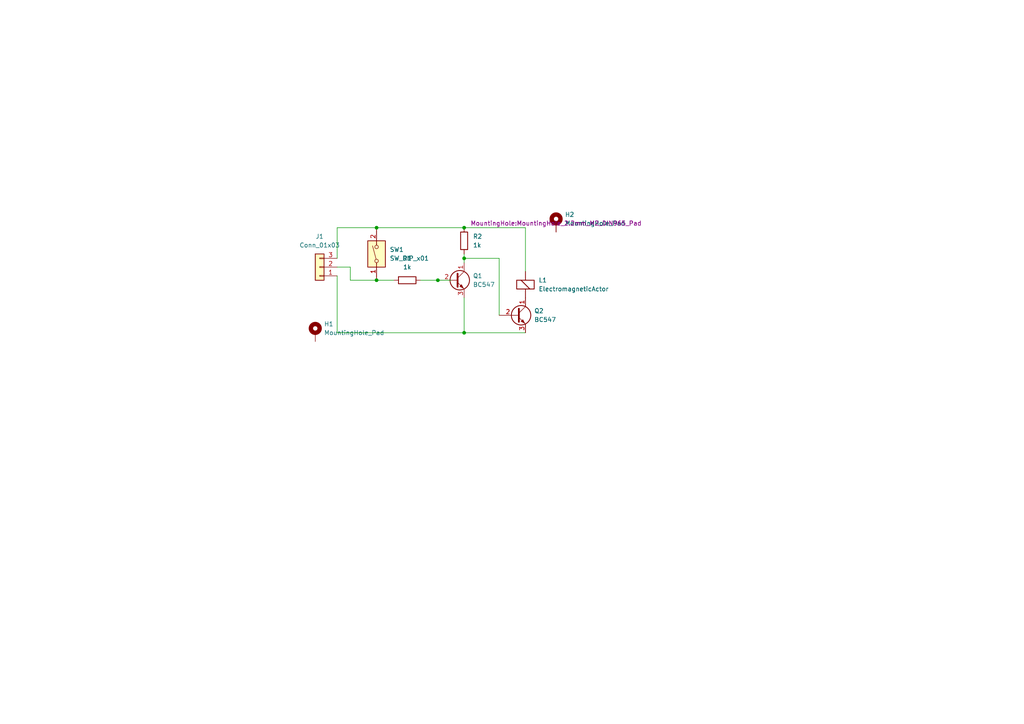
<source format=kicad_sch>
(kicad_sch (version 20211123) (generator eeschema)
  (paper "A4")
  (lib_symbols
    (symbol "Connector_Generic:Conn_01x03" (pin_names (offset 1.016) hide)
      (property "Reference" "J" (at 0 5.08 0))
      (property "Value" "Conn_01x03" (at 0 -5.08 0))
      (symbol "Conn_01x03_1_1"
        (rectangle (start -1.27 -2.413) (end 0 -2.667) (stroke (width 0.1524)))
        (rectangle (start -1.27 0.127) (end 0 -0.127) (stroke (width 0.1524)))
        (rectangle (start -1.27 2.667) (end 0 2.413) (stroke (width 0.1524)))
        (rectangle (start -1.27 3.81) (end 1.27 -3.81) (stroke (width 0.254)) (fill (type background)))
        (pin passive line (at -5.08 2.54 0) (length 3.81) (name "Pin_1") (number "1"))
        (pin passive line (at -5.08 0 0) (length 3.81) (name "Pin_2") (number "2"))
        (pin passive line (at -5.08 -2.54 0) (length 3.81) (name "Pin_3") (number "3"))
      )
    )
    (symbol "Device:ElectromagneticActor" (pin_numbers hide) (pin_names (offset 0.0254) hide)
      (property "Reference" "L" (at 1.27 3.81 0))
      (property "Value" "ElectromagneticActor" (at 1.27 -1.27 0))
      (symbol "ElectromagneticActor_0_1"
        (rectangle (start -2.54 2.54) (end 2.54 0) (stroke (width 0.254)))
        (polyline (pts (xy -1.27 2.54) (xy 1.27 0)) (stroke (width 0.254)))
      )
      (symbol "ElectromagneticActor_1_1"
        (pin passive line (at 0 5.08 270) (length 2.54) (name "-") (number "1"))
        (pin passive line (at 0 -2.54 90) (length 2.54) (name "+") (number "2"))
      )
    )
    (symbol "Device:R" (pin_numbers hide) (pin_names (offset 0))
      (property "Reference" "R" (at 2.032 0 90))
      (property "Value" "R" (at 0 0 90))
      (symbol "R_0_1"
        (rectangle (start -1.016 -2.54) (end 1.016 2.54) (stroke (width 0.254)))
      )
      (symbol "R_1_1"
        (pin passive line (at 0 3.81 270) (length 1.27) (name "~") (number "1"))
        (pin passive line (at 0 -3.81 90) (length 1.27) (name "~") (number "2"))
      )
    )
    (symbol "Mechanical:MountingHole_Pad" (pin_numbers hide) (pin_names (offset 1.016) hide)
      (property "Reference" "H" (at 0 6.35 0))
      (property "Value" "MountingHole_Pad" (at 0 4.445 0))
      (symbol "MountingHole_Pad_0_1"
        (circle (center 0 1.27) (radius 1.27) (stroke (width 1.27)))
      )
      (symbol "MountingHole_Pad_1_1"
        (pin input line (at 0 -2.54 90) (length 2.54) (name "1") (number "1"))
      )
    )
    (symbol "Switch:SW_DIP_x01" (pin_names (offset 0) hide)
      (property "Reference" "SW" (at 0 3.81 0))
      (property "Value" "SW_DIP_x01" (at 0 -3.81 0))
      (symbol "SW_DIP_x01_0_0"
        (circle (center -2.032 0) (radius 0.508))
        (polyline (pts (xy -1.524 0.127) (xy 2.3622 1.1684)))
        (circle (center 2.032 0) (radius 0.508))
      )
      (symbol "SW_DIP_x01_0_1"
        (rectangle (start -3.81 2.54) (end 3.81 -2.54) (stroke (width 0.254)) (fill (type background)))
      )
      (symbol "SW_DIP_x01_1_1"
        (pin passive line (at -7.62 0 0) (length 5.08) (name "~") (number "1"))
        (pin passive line (at 7.62 0 180) (length 5.08) (name "~") (number "2"))
      )
    )
    (symbol "Transistor_BJT:BC547" (pin_names (offset 0) hide)
      (property "Reference" "Q" (at 5.08 1.905 0))
      (property "Value" "BC547" (at 5.08 0 0))
      (symbol "BC547_0_1"
        (polyline (pts (xy 0 0) (xy 0.635 0)))
        (polyline (pts (xy 0.635 0.635) (xy 2.54 2.54)))
        (polyline (pts (xy 0.635 -0.635) (xy 2.54 -2.54) (xy 2.54 -2.54)))
        (polyline (pts (xy 0.635 1.905) (xy 0.635 -1.905) (xy 0.635 -1.905)) (stroke (width 0.508)))
        (polyline (pts (xy 1.27 -1.778) (xy 1.778 -1.27) (xy 2.286 -2.286) (xy 1.27 -1.778) (xy 1.27 -1.778)) (fill (type outline)))
        (circle (center 1.27 0) (radius 2.8194) (stroke (width 0.254)))
      )
      (symbol "BC547_1_1"
        (pin passive line (at 2.54 5.08 270) (length 2.54) (name "C") (number "1"))
        (pin input line (at -5.08 0 0) (length 5.08) (name "B") (number "2"))
        (pin passive line (at 2.54 -5.08 90) (length 2.54) (name "E") (number "3"))
      )
    )
  )
  (junction (at 134.62 66.04))
  (junction (at 134.62 74.93))
  (junction (at 109.22 66.04))
  (junction (at 109.22 81.28))
  (junction (at 134.62 96.52))
  (junction (at 127 81.28))
  (wire (pts (xy 144.78 91.44) (xy 144.78 74.93)))
  (wire (pts (xy 127 81.28) (xy 130.81 81.28)))
  (wire (pts (xy 97.79 80.01) (xy 97.79 96.52)))
  (wire (pts (xy 134.62 74.93) (xy 134.62 76.2)))
  (wire (pts (xy 152.4 66.04) (xy 152.4 78.74)))
  (wire (pts (xy 134.62 66.04) (xy 152.4 66.04)))
  (wire (pts (xy 97.79 74.93) (xy 97.79 66.04)))
  (wire (pts (xy 97.79 66.04) (xy 109.22 66.04)))
  (wire (pts (xy 134.62 96.52) (xy 152.4 96.52)))
  (wire (pts (xy 134.62 73.66) (xy 134.62 74.93)))
  (wire (pts (xy 134.62 86.36) (xy 134.62 96.52)))
  (wire (pts (xy 101.6 77.47) (xy 101.6 81.28)))
  (wire (pts (xy 97.79 96.52) (xy 134.62 96.52)))
  (wire (pts (xy 121.92 81.28) (xy 127 81.28)))
  (wire (pts (xy 109.22 81.28) (xy 114.3 81.28)))
  (wire (pts (xy 109.22 66.04) (xy 134.62 66.04)))
  (wire (pts (xy 101.6 81.28) (xy 109.22 81.28)))
  (wire (pts (xy 97.79 77.47) (xy 101.6 77.47)))
  (wire (pts (xy 134.62 74.93) (xy 144.78 74.93)))
  (symbol (lib_id "Device:ElectromagneticActor") (at 152.4 83.82 0) (unit 1)
    (property "Reference" "L1" (at 156.21 81.2799 0) (effects (justify left)))
    (property "Value" "ElectromagneticActor" (at 156.21 83.8199 0) (effects (justify left)))
    (property "Footprint" "Connector_PinHeader_2.54mm:PinHeader_1x02_P2.54mm_Vertical" (effects hide))
  )
  (symbol (lib_id "Device:R") (at 134.62 69.85 0) (unit 1)
    (property "Reference" "R2" (at 137.16 68.5799 0) (effects (justify left)))
    (property "Value" "1k" (at 137.16 71.1199 0) (effects (justify left)))
    (property "Footprint" "Resistor_THT:R_Axial_DIN0207_L6.3mm_D2.5mm_P7.62mm_Horizontal" (effects hide))
  )
  (symbol (lib_id "Mechanical:MountingHole_Pad") (at 161.29 64.77 0) (unit 1)
    (property "Reference" "H2" (at 163.83 62.2299 0) (effects (justify left)))
    (property "Value" "MountingHole_Pad" (at 163.83 64.7699 0) (effects (justify left)))
    (property "Footprint" "MountingHole:MountingHole_2.2mm_M2_DIN965_Pad" (at 161.29 64.77 0))
  )
  (symbol (lib_id "Transistor_BJT:BC547") (at 132.08 81.28 0) (unit 1)
    (property "Reference" "Q1" (at 137.16 80.0099 0) (effects (justify left)))
    (property "Value" "BC547" (at 137.16 82.5499 0) (effects (justify left)))
    (property "Footprint" "Package_TO_SOT_THT:TO-92_HandSolder" (effects hide))
    (property "Datasheet" "https://www.onsemi.com/pub/Collateral/BC550-D.pdf" (effects hide))
  )
  (symbol (lib_id "Transistor_BJT:BC547") (at 149.86 91.44 0) (unit 1)
    (property "Reference" "Q2" (at 154.94 90.1699 0) (effects (justify left)))
    (property "Value" "BC547" (at 154.94 92.7099 0) (effects (justify left)))
    (property "Footprint" "Package_TO_SOT_THT:TO-92_HandSolder" (effects hide))
    (property "Datasheet" "https://www.onsemi.com/pub/Collateral/BC550-D.pdf" (effects hide))
  )
  (symbol (lib_id "Connector_Generic:Conn_01x03") (at 92.71 77.47 180) (unit 1)
    (property "Reference" "J1" (at 92.71 68.58 0))
    (property "Value" "Conn_01x03" (at 92.71 71.12 0))
    (property "Footprint" "Connector_PinHeader_2.54mm:PinHeader_1x03_P2.54mm_Vertical" (effects hide))
  )
  (symbol (lib_id "Switch:SW_DIP_x01") (at 109.22 73.66 90) (unit 1)
    (property "Reference" "SW1" (at 113.03 72.3899 90) (effects (justify right)))
    (property "Value" "SW_DIP_x01" (at 113.03 74.9299 90) (effects (justify right)))
    (property "Footprint" "Connector_PinHeader_2.54mm:PinHeader_1x02_P2.54mm_Vertical" (effects hide))
  )
  (symbol (lib_id "Device:R") (at 118.11 81.28 90) (unit 1)
    (property "Reference" "R1" (at 118.11 74.93 90))
    (property "Value" "1k" (at 118.11 77.47 90))
    (property "Footprint" "Resistor_THT:R_Axial_DIN0207_L6.3mm_D2.5mm_P7.62mm_Horizontal" (effects hide))
  )
  (symbol (lib_id "Mechanical:MountingHole_Pad") (at 91.44 96.52 0) (unit 1)
    (property "Reference" "H1" (at 93.98 93.9799 0) (effects (justify left)))
    (property "Value" "MountingHole_Pad" (at 93.98 96.5199 0) (effects (justify left)))
    (property "Footprint" "MountingHole:MountingHole_2.2mm_M2_DIN965_Pad" (effects hide))
  )
)
</source>
